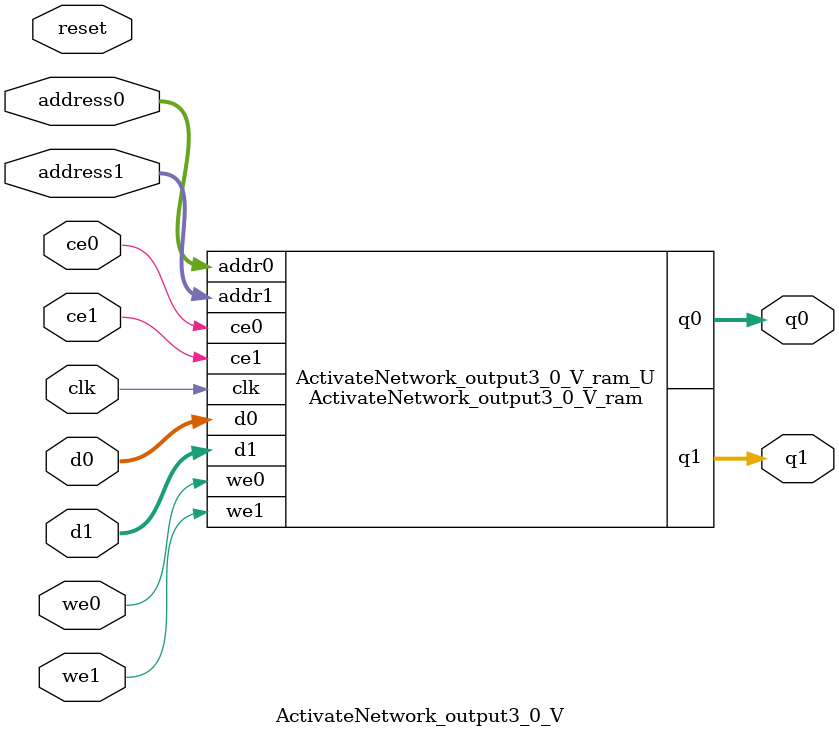
<source format=v>
`timescale 1 ns / 1 ps
module ActivateNetwork_output3_0_V_ram (addr0, ce0, d0, we0, q0, addr1, ce1, d1, we1, q1,  clk);

parameter DWIDTH = 8;
parameter AWIDTH = 8;
parameter MEM_SIZE = 208;

input[AWIDTH-1:0] addr0;
input ce0;
input[DWIDTH-1:0] d0;
input we0;
output reg[DWIDTH-1:0] q0;
input[AWIDTH-1:0] addr1;
input ce1;
input[DWIDTH-1:0] d1;
input we1;
output reg[DWIDTH-1:0] q1;
input clk;

(* ram_style = "block" *)reg [DWIDTH-1:0] ram[0:MEM_SIZE-1];




always @(posedge clk)  
begin 
    if (ce0) 
    begin
        if (we0) 
        begin 
            ram[addr0] <= d0; 
        end 
        q0 <= ram[addr0];
    end
end


always @(posedge clk)  
begin 
    if (ce1) 
    begin
        if (we1) 
        begin 
            ram[addr1] <= d1; 
        end 
        q1 <= ram[addr1];
    end
end


endmodule

`timescale 1 ns / 1 ps
module ActivateNetwork_output3_0_V(
    reset,
    clk,
    address0,
    ce0,
    we0,
    d0,
    q0,
    address1,
    ce1,
    we1,
    d1,
    q1);

parameter DataWidth = 32'd8;
parameter AddressRange = 32'd208;
parameter AddressWidth = 32'd8;
input reset;
input clk;
input[AddressWidth - 1:0] address0;
input ce0;
input we0;
input[DataWidth - 1:0] d0;
output[DataWidth - 1:0] q0;
input[AddressWidth - 1:0] address1;
input ce1;
input we1;
input[DataWidth - 1:0] d1;
output[DataWidth - 1:0] q1;



ActivateNetwork_output3_0_V_ram ActivateNetwork_output3_0_V_ram_U(
    .clk( clk ),
    .addr0( address0 ),
    .ce0( ce0 ),
    .we0( we0 ),
    .d0( d0 ),
    .q0( q0 ),
    .addr1( address1 ),
    .ce1( ce1 ),
    .we1( we1 ),
    .d1( d1 ),
    .q1( q1 ));

endmodule


</source>
